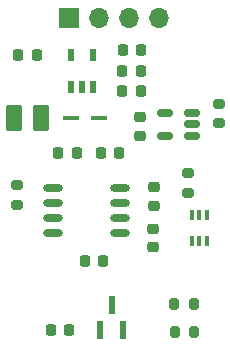
<source format=gbr>
G04 #@! TF.GenerationSoftware,KiCad,Pcbnew,8.0.1*
G04 #@! TF.CreationDate,2025-03-18T21:27:00-06:00*
G04 #@! TF.ProjectId,Temperature_Flex_boost,54656d70-6572-4617-9475-72655f466c65,rev?*
G04 #@! TF.SameCoordinates,Original*
G04 #@! TF.FileFunction,Soldermask,Top*
G04 #@! TF.FilePolarity,Negative*
%FSLAX46Y46*%
G04 Gerber Fmt 4.6, Leading zero omitted, Abs format (unit mm)*
G04 Created by KiCad (PCBNEW 8.0.1) date 2025-03-18 21:27:00*
%MOMM*%
%LPD*%
G01*
G04 APERTURE LIST*
G04 Aperture macros list*
%AMRoundRect*
0 Rectangle with rounded corners*
0 $1 Rounding radius*
0 $2 $3 $4 $5 $6 $7 $8 $9 X,Y pos of 4 corners*
0 Add a 4 corners polygon primitive as box body*
4,1,4,$2,$3,$4,$5,$6,$7,$8,$9,$2,$3,0*
0 Add four circle primitives for the rounded corners*
1,1,$1+$1,$2,$3*
1,1,$1+$1,$4,$5*
1,1,$1+$1,$6,$7*
1,1,$1+$1,$8,$9*
0 Add four rect primitives between the rounded corners*
20,1,$1+$1,$2,$3,$4,$5,0*
20,1,$1+$1,$4,$5,$6,$7,0*
20,1,$1+$1,$6,$7,$8,$9,0*
20,1,$1+$1,$8,$9,$2,$3,0*%
G04 Aperture macros list end*
%ADD10RoundRect,0.225000X0.225000X0.250000X-0.225000X0.250000X-0.225000X-0.250000X0.225000X-0.250000X0*%
%ADD11R,0.399999X0.850001*%
%ADD12RoundRect,0.225000X-0.225000X-0.250000X0.225000X-0.250000X0.225000X0.250000X-0.225000X0.250000X0*%
%ADD13R,0.609600X1.625600*%
%ADD14RoundRect,0.200000X-0.200000X-0.275000X0.200000X-0.275000X0.200000X0.275000X-0.200000X0.275000X0*%
%ADD15RoundRect,0.200000X-0.275000X0.200000X-0.275000X-0.200000X0.275000X-0.200000X0.275000X0.200000X0*%
%ADD16RoundRect,0.250001X-0.462499X-0.849999X0.462499X-0.849999X0.462499X0.849999X-0.462499X0.849999X0*%
%ADD17O,1.649999X0.650001*%
%ADD18RoundRect,0.200000X0.275000X-0.200000X0.275000X0.200000X-0.275000X0.200000X-0.275000X-0.200000X0*%
%ADD19R,0.599999X1.000000*%
%ADD20RoundRect,0.225000X0.250000X-0.225000X0.250000X0.225000X-0.250000X0.225000X-0.250000X-0.225000X0*%
%ADD21R,1.416000X0.451600*%
%ADD22RoundRect,0.225000X-0.250000X0.225000X-0.250000X-0.225000X0.250000X-0.225000X0.250000X0.225000X0*%
%ADD23R,1.700000X1.700000*%
%ADD24O,1.700000X1.700000*%
%ADD25RoundRect,0.150000X0.512500X0.150000X-0.512500X0.150000X-0.512500X-0.150000X0.512500X-0.150000X0*%
G04 APERTURE END LIST*
D10*
X184960000Y-51290000D03*
X183410000Y-51290000D03*
D11*
X198080000Y-67020001D03*
X198730001Y-67020001D03*
X199380000Y-67020001D03*
X199380000Y-64770000D03*
X198730001Y-64770000D03*
X198080000Y-64770000D03*
D12*
X192210000Y-52600000D03*
X193760000Y-52600000D03*
D13*
X190340040Y-74540000D03*
X192239960Y-74540000D03*
X191290000Y-72406400D03*
D14*
X196620000Y-72290000D03*
X198270000Y-72290000D03*
D15*
X183280000Y-62270000D03*
X183280000Y-63920000D03*
D16*
X183025000Y-56590000D03*
X185350000Y-56590000D03*
D12*
X192210000Y-54310000D03*
X193760000Y-54310000D03*
X186150000Y-74550000D03*
X187700000Y-74550000D03*
X192220000Y-50850000D03*
X193770000Y-50850000D03*
D17*
X186320000Y-62490000D03*
X186320000Y-63760000D03*
X186320000Y-65030000D03*
X186320000Y-66300000D03*
X191969999Y-66300000D03*
X191969999Y-65030000D03*
X191969999Y-63760000D03*
X191969999Y-62490000D03*
D18*
X200400000Y-57020000D03*
X200400000Y-55370000D03*
D14*
X196650000Y-74700000D03*
X198300000Y-74700000D03*
D15*
X197780000Y-61250000D03*
X197780000Y-62900000D03*
D19*
X187850001Y-54000000D03*
X188800002Y-54000000D03*
X189750000Y-54000000D03*
X189750000Y-51250000D03*
X187850001Y-51250000D03*
D20*
X194830000Y-67490000D03*
X194830000Y-65940000D03*
D12*
X186800000Y-59530000D03*
X188350000Y-59530000D03*
D21*
X190251600Y-56600000D03*
X187850000Y-56600000D03*
D22*
X193700000Y-56540000D03*
X193700000Y-58090000D03*
D23*
X187690000Y-48100000D03*
D24*
X190230000Y-48100000D03*
X192770000Y-48100000D03*
X195310000Y-48100000D03*
D25*
X198095000Y-58080000D03*
X198095000Y-57130000D03*
X198095000Y-56180000D03*
X195820000Y-56180000D03*
X195820000Y-58080000D03*
D22*
X194910000Y-62460000D03*
X194910000Y-64010000D03*
D12*
X189050000Y-68680000D03*
X190600000Y-68680000D03*
X190400000Y-59520000D03*
X191950000Y-59520000D03*
M02*

</source>
